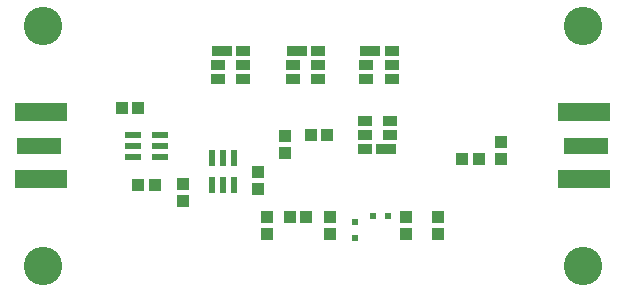
<source format=gbr>
%TF.GenerationSoftware,Altium Limited,Altium Designer,22.6.1 (34)*%
G04 Layer_Color=8388736*
%FSLAX26Y26*%
%MOIN*%
%TF.SameCoordinates,8B827DF8-CB59-4627-A0E1-72AFC477AE17*%
%TF.FilePolarity,Negative*%
%TF.FileFunction,Soldermask,Top*%
%TF.Part,Single*%
G01*
G75*
%TA.AperFunction,ConnectorPad*%
%ADD23R,0.173354X0.061150*%
%TA.AperFunction,WasherPad*%
%ADD24C,0.128000*%
%TA.AperFunction,SMDPad,CuDef*%
%ADD30R,0.043433X0.039496*%
%ADD31R,0.039496X0.043433*%
%ADD32R,0.054000X0.024000*%
%ADD33R,0.045339X0.035890*%
%ADD34R,0.070929X0.035890*%
%TA.AperFunction,ConnectorPad*%
%ADD35R,0.149732X0.058000*%
%TA.AperFunction,SMDPad,CuDef*%
%ADD36R,0.024000X0.054000*%
%ADD37R,0.021779X0.021779*%
%ADD38R,0.021779X0.021779*%
D23*
X2902126Y1388780D02*
D03*
Y1611220D02*
D03*
X1092874Y1388780D02*
D03*
Y1611220D02*
D03*
D24*
X2900000Y1900000D02*
D03*
Y1100000D02*
D03*
X1100000D02*
D03*
Y1900000D02*
D03*
D30*
X1565000Y1372559D02*
D03*
Y1317441D02*
D03*
X1815000Y1357441D02*
D03*
Y1412559D02*
D03*
X2055000Y1207441D02*
D03*
Y1262559D02*
D03*
X1845000Y1207441D02*
D03*
Y1262559D02*
D03*
X2415000Y1207441D02*
D03*
Y1262559D02*
D03*
X2625000Y1512559D02*
D03*
Y1457441D02*
D03*
X2310000Y1207441D02*
D03*
Y1262559D02*
D03*
X1905000Y1477441D02*
D03*
Y1532559D02*
D03*
D31*
X1362441Y1625000D02*
D03*
X1417559D02*
D03*
X1417441Y1370000D02*
D03*
X1472559D02*
D03*
X1922441Y1263000D02*
D03*
X1977559D02*
D03*
X2047559Y1535000D02*
D03*
X1992441D02*
D03*
X2497441Y1455000D02*
D03*
X2552559D02*
D03*
D32*
X1400000Y1537000D02*
D03*
Y1463000D02*
D03*
X1490000D02*
D03*
Y1500000D02*
D03*
Y1537000D02*
D03*
X1400000Y1500000D02*
D03*
D33*
X2262323Y1817047D02*
D03*
Y1770000D02*
D03*
Y1722953D02*
D03*
X2177677D02*
D03*
Y1770000D02*
D03*
X2172677Y1487953D02*
D03*
Y1535000D02*
D03*
Y1582047D02*
D03*
X2257323D02*
D03*
Y1535000D02*
D03*
X2017323Y1817047D02*
D03*
Y1770000D02*
D03*
Y1722953D02*
D03*
X1932677D02*
D03*
Y1770000D02*
D03*
X1767323Y1817047D02*
D03*
Y1770000D02*
D03*
Y1722953D02*
D03*
X1682677D02*
D03*
Y1770000D02*
D03*
D34*
X2190472Y1817047D02*
D03*
X2244528Y1487953D02*
D03*
X1945472Y1817047D02*
D03*
X1695472D02*
D03*
D35*
X2910000Y1500000D02*
D03*
X1085000D02*
D03*
D36*
X1663000Y1370000D02*
D03*
X1737000D02*
D03*
Y1460000D02*
D03*
X1700000D02*
D03*
X1663000D02*
D03*
X1700000Y1370000D02*
D03*
D37*
X2251449Y1265000D02*
D03*
X2198299D02*
D03*
D38*
X2140000Y1246449D02*
D03*
Y1193299D02*
D03*
%TF.MD5,b07f696053bae39b1ae0bcedb1073b74*%
M02*

</source>
